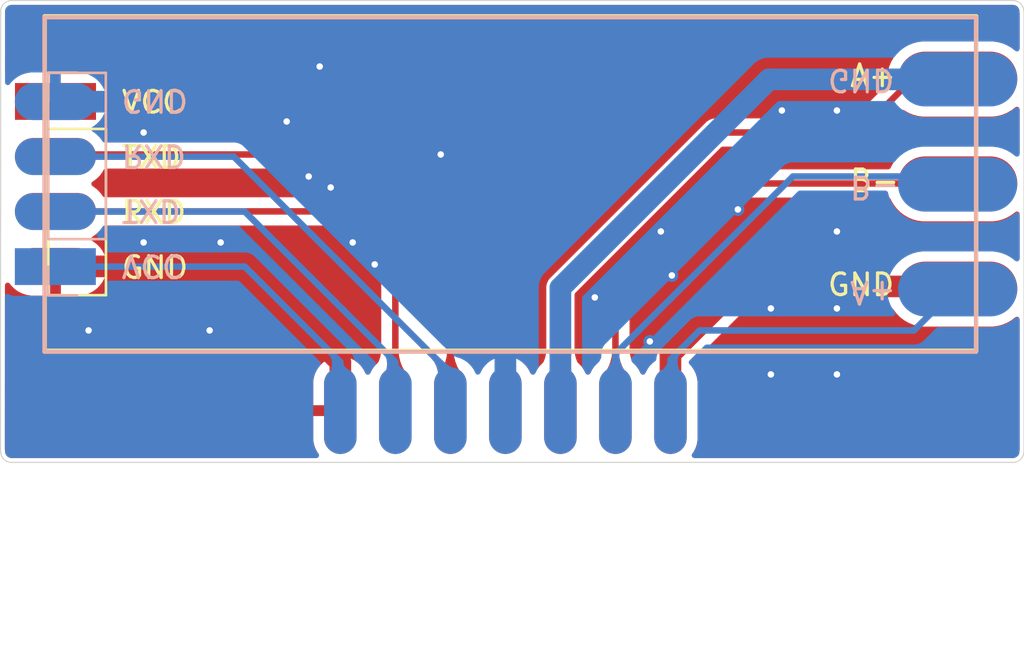
<source format=kicad_pcb>
(kicad_pcb (version 20241229) (generator "pcbnew") (generator_version "9.0")
  (layers (0 "F.Cu" signal) (2 "B.Cu" signal) (13 "F.Paste" user) (15 "B.Paste" user) (5 "F.SilkS" user "F.Silkscreen") (7 "B.SilkS" user "B.Silkscreen") (1 "F.Mask" user) (3 "B.Mask" user) (25 "Edge.Cuts" user))
  (net 0 "")
  (net 1 "/A+_A")
  (net 2 "/RXD_A")
  (net 3 "/GND_Board")
  (net 4 "/TXD_A")
  (net 5 "/VCC_B")
  (net 6 "/GND_DMX_A")
  (net 7 "/B-_A")
  (net 8 "/B-_B")
  (net 9 "/TXD_B")
  (net 10 "/GND_DMX_B")
  (net 11 "/RXD_B")
  (net 12 "/A+_B")
  (net 13 "/VCC_A")
  (footprint "RS485ToTTL:rs485_ttl_module" (layer "F.Cu") (at 92.436498 57.493217)
    (property "Reference" "M2" (hide yes))
    (property "Value" "rs485_ttl_module")
    (fp_line (start -1.5 -3.93) (end -1.5 11.52) (stroke (width 0.2)) (layer "F.SilkS"))
    (fp_line (start -1.5 11.52) (end 41.5 11.52) (stroke (width 0.2)) (layer "F.SilkS"))
    (fp_line (start -1.33 -1.33) (end 0 -1.33) (stroke (width 0.12)) (layer "F.SilkS"))
    (fp_line (start -1.33 0) (end -1.33 -1.33) (stroke (width 0.12)) (layer "F.SilkS"))
    (fp_line (start -1.33 1.27) (end -1.33 8.95) (stroke (width 0.12)) (layer "F.SilkS"))
    (fp_line (start -1.33 1.27) (end 1.33 1.27) (stroke (width 0.12)) (layer "F.SilkS"))
    (fp_line (start -1.33 8.95) (end 1.33 8.95) (stroke (width 0.12)) (layer "F.SilkS"))
    (fp_line (start 1.33 1.27) (end 1.33 8.95) (stroke (width 0.12)) (layer "F.SilkS"))
    (fp_line (start 41.5 -3.93) (end -1.5 -3.93) (stroke (width 0.2)) (layer "F.SilkS"))
    (fp_line (start 41.5 11.52) (end 41.5 -3.93) (stroke (width 0.2)) (layer "F.SilkS"))
    (fp_text user "TXD" (at 1.97 3.17 0) (layer "F.SilkS") (effects (justify left bottom)))
    (fp_text user "B-" (at 35.591664 4.253825 0) (layer "F.SilkS") (effects (justify left bottom)))
    (fp_text user "GND" (at 34.563502 9.054783 0) (layer "F.SilkS") (effects (justify left bottom)))
    (fp_text user "GND" (at 1.97 8.26 0) (layer "F.SilkS") (effects (justify left bottom)))
    (fp_text user "RXD" (at 1.97 5.71 0) (layer "F.SilkS") (effects (justify left bottom)))
    (fp_text user "A+" (at 35.591664 -0.6 0) (layer "F.SilkS") (effects (justify left bottom)))
    (fp_text user "VCC" (at 1.97 0.62 0) (layer "F.SilkS") (effects (justify left bottom)))
    (pad "1" smd rect (at -1 0) (size 3.74 1.7) (layers "F.Cu" "F.Mask" "F.Paste") (net 5 "/VCC_B"))
    (pad "2" smd oval (at -1 2.54) (size 3.74 1.7) (layers "F.Cu" "F.Mask" "F.Paste") (net 9 "/TXD_B"))
    (pad "3" smd oval (at -1 5.08) (size 3.74 1.7) (layers "F.Cu" "F.Mask" "F.Paste") (net 11 "/RXD_B"))
    (pad "4" smd oval (at -1 7.62) (size 3.74 1.7) (layers "F.Cu" "F.Mask" "F.Paste") (net 3 "/GND_Board"))
    (pad "5" smd oval (at 40.65 -1.05) (size 5.5 2.5) (layers "F.Cu" "F.Mask" "F.Paste") (net 12 "/A+_B"))
    (pad "6" smd oval (at 40.65 3.79) (size 5.5 2.5) (layers "F.Cu" "F.Mask" "F.Paste") (net 8 "/B-_B"))
    (pad "7" smd oval (at 40.65 8.65) (size 5.5 2.5) (layers "F.Cu" "F.Mask" "F.Paste") (net 10 "/GND_DMX_B"))
  )
  (footprint "RS485ToTTL:rs485_ttl_module" (layer "B.Cu") (at 92.43 65.124)
    (property "Reference" "M1" (hide yes))
    (property "Value" "rs485_ttl_module")
    (fp_line (start -1.5 -11.52) (end 41.5 -11.52) (stroke (width 0.2)) (layer "B.SilkS"))
    (fp_line (start -1.5 3.93) (end -1.5 -11.52) (stroke (width 0.2)) (layer "B.SilkS"))
    (fp_line (start -1.33 -8.95) (end 1.33 -8.95) (stroke (width 0.12)) (layer "B.SilkS"))
    (fp_line (start -1.33 -1.27) (end -1.33 -8.95) (stroke (width 0.12)) (layer "B.SilkS"))
    (fp_line (start -1.33 -1.27) (end 1.33 -1.27) (stroke (width 0.12)) (layer "B.SilkS"))
    (fp_line (start -1.33 0) (end -1.33 1.33) (stroke (width 0.12)) (layer "B.SilkS"))
    (fp_line (start -1.33 1.33) (end 0 1.33) (stroke (width 0.12)) (layer "B.SilkS"))
    (fp_line (start 1.33 -1.27) (end 1.33 -8.95) (stroke (width 0.12)) (layer "B.SilkS"))
    (fp_line (start 41.5 -11.52) (end 41.5 3.93) (stroke (width 0.2)) (layer "B.SilkS"))
    (fp_line (start 41.5 3.93) (end -1.5 3.93) (stroke (width 0.2)) (layer "B.SilkS"))
    (fp_text user "B-" (at 35.591664 -4.253825 180) (layer "B.SilkS") (effects (justify left bottom mirror)))
    (fp_text user "TXD" (at 1.97 -3.17 180) (layer "B.SilkS") (effects (justify left bottom mirror)))
    (fp_text user "A+" (at 35.591664 0.6 180) (layer "B.SilkS") (effects (justify left bottom mirror)))
    (fp_text user "GND" (at 34.57 -9.204584 180) (layer "B.SilkS") (effects (justify left bottom mirror)))
    (fp_text user "VCC" (at 1.97 -0.62 180) (layer "B.SilkS") (effects (justify left bottom mirror)))
    (fp_text user "RXD" (at 1.97 -5.71 180) (layer "B.SilkS") (effects (justify left bottom mirror)))
    (fp_text user "GND" (at 1.97 -8.26 180) (layer "B.SilkS") (effects (justify left bottom mirror)))
    (pad "1" smd rect (at -1 0) (size 3.74 1.7) (layers "B.Cu" "B.Mask" "B.Paste") (net 13 "/VCC_A"))
    (pad "2" smd oval (at -1 -2.54) (size 3.74 1.7) (layers "B.Cu" "B.Mask" "B.Paste") (net 4 "/TXD_A"))
    (pad "3" smd oval (at -1 -5.08) (size 3.74 1.7) (layers "B.Cu" "B.Mask" "B.Paste") (net 2 "/RXD_A"))
    (pad "4" smd oval (at -1 -7.62) (size 3.74 1.7) (layers "B.Cu" "B.Mask" "B.Paste") (net 3 "/GND_Board"))
    (pad "5" smd oval (at 40.65 1.05) (size 5.5 2.5) (layers "B.Cu" "B.Mask" "B.Paste") (net 1 "/A+_A"))
    (pad "6" smd oval (at 40.65 -3.79) (size 5.5 2.5) (layers "B.Cu" "B.Mask" "B.Paste") (net 7 "/B-_A"))
    (pad "7" smd oval (at 40.65 -8.65) (size 5.5 2.5) (layers "B.Cu" "B.Mask" "B.Paste") (net 6 "/GND_DMX_A"))
  )
  (footprint "Custom-Library:2x7_Pins_Vertical_PCB_Edge" (layer "B.Cu") (at 112.2045 71.7775 -90)
    (property "Reference" "J3" (hide yes))
    (property "Value" "Conn_02x07_Odd_Even" (hide yes))
    (pad "1" smd oval (at 0 7.62 270) (size 4 1.5) (layers "B.Cu" "B.Mask" "B.Paste") (net 13 "/VCC_A"))
    (pad "2" smd oval (at 0 7.62 90) (size 4 1.5) (layers "F.Cu" "F.Mask" "F.Paste") (net 3 "/GND_Board"))
    (pad "3" smd oval (at 0 5.08 270) (size 4 1.5) (layers "B.Cu" "B.Mask" "B.Paste") (net 4 "/TXD_A"))
    (pad "4" smd oval (at 0 5.08 90) (size 4 1.5) (layers "F.Cu" "F.Mask" "F.Paste") (net 11 "/RXD_B"))
    (pad "5" smd oval (at 0 2.54 270) (size 4 1.5) (layers "B.Cu" "B.Mask" "B.Paste") (net 2 "/RXD_A"))
    (pad "6" smd oval (at 0 2.54 90) (size 4 1.5) (layers "F.Cu" "F.Mask" "F.Paste") (net 9 "/TXD_B"))
    (pad "7" smd oval (at 0 0 270) (size 4 1.5) (layers "B.Cu" "B.Mask" "B.Paste") (net 3 "/GND_Board"))
    (pad "8" smd oval (at 0 -0.000001 90) (size 4 1.5) (layers "F.Cu" "F.Mask" "F.Paste") (net 5 "/VCC_B"))
    (pad "9" smd oval (at 0 -2.54 270) (size 4 1.5) (layers "B.Cu" "B.Mask" "B.Paste") (net 6 "/GND_DMX_A"))
    (pad "10" smd oval (at 0 -2.54 90) (size 4 1.5) (layers "F.Cu" "F.Mask" "F.Paste") (net 12 "/A+_B"))
    (pad "11" smd oval (at 0 -5.08 270) (size 4 1.5) (layers "B.Cu" "B.Mask" "B.Paste") (net 7 "/B-_A"))
    (pad "12" smd oval (at 0 -5.08 90) (size 4 1.5) (layers "F.Cu" "F.Mask" "F.Paste") (net 8 "/B-_B"))
    (pad "13" smd oval (at 0 -7.62 270) (size 4 1.5) (layers "B.Cu" "B.Mask" "B.Paste") (net 1 "/A+_A"))
    (pad "14" smd oval (at 0 -7.62 90) (size 4 1.5) (layers "F.Cu" "F.Mask" "F.Paste") (net 10 "/GND_DMX_B"))
  )
  (gr_arc (start 88.908 53.332) (mid 89.054447 52.978447) (end 89.408 52.832) (stroke (width 0.05)) (layer "Edge.Cuts"))
  (gr_arc (start 135.636 52.832) (mid 135.989553 52.978447) (end 136.136 53.332) (stroke (width 0.05)) (layer "Edge.Cuts"))
  (gr_arc (start 136.136 73.668) (mid 135.989553 74.021553) (end 135.636 74.168) (stroke (width 0.05)) (layer "Edge.Cuts"))
  (gr_arc (start 89.408 74.168) (mid 89.054447 74.021553) (end 88.908 73.668) (stroke (width 0.05)) (layer "Edge.Cuts"))
  (gr_line (start 88.908 53.332) (end 88.9 73.668) (stroke (width 0.05)) (layer "Edge.Cuts"))
  (gr_line (start 89.408 74.168) (end 135.636 74.168) (stroke (width 0.05)) (layer "Edge.Cuts"))
  (gr_line (start 136.144 53.332) (end 136.144 73.668) (stroke (width 0.05)) (layer "Edge.Cuts"))
  (gr_line (start 135.636 52.832) (end 89.408 52.832) (stroke (width 0.05)) (layer "Edge.Cuts"))
  (segment (start 131.064 68.072) (end 132.08 67.056) (width 0.3) (layer "B.Cu") (net 1))
  (segment (start 121.172 68.072) (end 131.064 68.072) (width 0.3) (layer "B.Cu") (net 1))
  (segment (start 119.8245 69.4195) (end 121.172 68.072) (width 0.3) (layer "B.Cu") (net 1))
  (segment (start 132.08 67.056) (end 132.08 66.174) (width 0.3) (layer "B.Cu") (net 1))
  (segment (start 119.8245 71.7775) (end 119.8245 69.4195) (width 0.3) (layer "B.Cu") (net 1))
  (segment (start 109.6645 70.0405) (end 109.6645 71.7775) (width 0.3) (layer "B.Cu") (net 2))
  (segment (start 92.43 60.044) (end 99.668 60.044) (width 0.3) (layer "B.Cu") (net 2))
  (segment (start 99.668 60.044) (end 109.6645 70.0405) (width 0.3) (layer "B.Cu") (net 2))
  (segment (start 100.165217 65.113217) (end 104.5845 69.5325) (width 1) (layer "F.Cu") (net 3))
  (segment (start 92.436498 65.113217) (end 100.165217 65.113217) (width 1) (layer "F.Cu") (net 3))
  (segment (start 104.5845 69.5325) (end 104.5845 71.7775) (width 1) (layer "F.Cu") (net 3))
  (via (at 124.46 67.056) (size 0.6) (drill 0.3) (layers "F.Cu" "B.Cu") (net 3))
  (via (at 103.632 55.88) (size 0.6) (drill 0.3) (layers "F.Cu" "B.Cu") (net 3))
  (via (at 124.46 70.104) (size 0.6) (drill 0.3) (layers "F.Cu" "B.Cu") (net 3))
  (via (at 109.22 59.944) (size 0.6) (drill 0.3) (layers "F.Cu" "B.Cu") (net 3))
  (via (at 127.508 63.5) (size 0.6) (drill 0.3) (layers "F.Cu" "B.Cu") (net 3))
  (via (at 119.888 65.532) (size 0.6) (drill 0.3) (layers "F.Cu" "B.Cu") (net 3))
  (via (at 127.508 67.056) (size 0.6) (drill 0.3) (layers "F.Cu" "B.Cu") (net 3))
  (via (at 122.936 62.484) (size 0.6) (drill 0.3) (layers "F.Cu" "B.Cu") (net 3))
  (via (at 92.964 68.072) (size 0.6) (drill 0.3) (layers "F.Cu" "B.Cu") (net 3))
  (via (at 127.508 70.104) (size 0.6) (drill 0.3) (layers "F.Cu" "B.Cu") (net 3))
  (via (at 119.38 63.5) (size 0.6) (drill 0.3) (layers "F.Cu" "B.Cu") (net 3))
  (via (at 95.504 64.008) (size 0.6) (drill 0.3) (layers "F.Cu" "B.Cu") (net 3))
  (via (at 106.172 65.024) (size 0.6) (drill 0.3) (layers "F.Cu" "B.Cu") (net 3))
  (via (at 95.504 58.928) (size 0.6) (drill 0.3) (layers "F.Cu" "B.Cu") (net 3))
  (via (at 116.332 66.548) (size 0.6) (drill 0.3) (layers "F.Cu" "B.Cu") (net 3))
  (via (at 124.968 57.912) (size 0.6) (drill 0.3) (layers "F.Cu" "B.Cu") (net 3))
  (via (at 118.872 68.58) (size 0.6) (drill 0.3) (layers "F.Cu" "B.Cu") (net 3))
  (via (at 104.14 61.468) (size 0.6) (drill 0.3) (layers "F.Cu" "B.Cu") (net 3))
  (via (at 98.552 68.072) (size 0.6) (drill 0.3) (layers "F.Cu" "B.Cu") (net 3))
  (via (at 103.124 60.96) (size 0.6) (drill 0.3) (layers "F.Cu" "B.Cu") (net 3))
  (via (at 127.508 57.912) (size 0.6) (drill 0.3) (layers "F.Cu" "B.Cu") (net 3))
  (via (at 105.156 64.008) (size 0.6) (drill 0.3) (layers "F.Cu" "B.Cu") (net 3))
  (via (at 102.108 58.42) (size 0.6) (drill 0.3) (layers "F.Cu" "B.Cu") (net 3))
  (via (at 99.06 64.008) (size 0.6) (drill 0.3) (layers "F.Cu" "B.Cu") (net 3))
  (segment (start 112.2045 65.9765) (end 112.2045 71.7775) (width 1) (layer "B.Cu") (net 3))
  (segment (start 103.732 57.504) (end 112.2045 65.9765) (width 1) (layer "B.Cu") (net 3))
  (segment (start 92.43 57.504) (end 103.732 57.504) (width 1) (layer "B.Cu") (net 3))
  (segment (start 100.176 62.584) (end 107.1245 69.5325) (width 0.3) (layer "B.Cu") (net 4))
  (segment (start 92.43 62.584) (end 100.176 62.584) (width 0.3) (layer "B.Cu") (net 4))
  (segment (start 107.1245 69.5325) (end 107.1245 71.7775) (width 0.3) (layer "B.Cu") (net 4))
  (segment (start 103.721217 57.493217) (end 92.436498 57.493217) (width 0.3) (layer "F.Cu") (net 5))
  (segment (start 112.204501 65.976501) (end 103.721217 57.493217) (width 0.3) (layer "F.Cu") (net 5))
  (segment (start 112.204501 71.7775) (end 112.204501 65.976501) (width 0.3) (layer "F.Cu") (net 5))
  (segment (start 114.7445 66.1035) (end 124.374 56.474) (width 1) (layer "B.Cu") (net 6))
  (segment (start 124.374 56.474) (end 132.08 56.474) (width 1) (layer "B.Cu") (net 6))
  (segment (start 114.7445 71.7775) (end 114.7445 66.1035) (width 1) (layer "B.Cu") (net 6))
  (segment (start 117.2845 69.1515) (end 125.476 60.96) (width 0.3) (layer "B.Cu") (net 7))
  (segment (start 125.476 60.96) (end 131.706 60.96) (width 0.3) (layer "B.Cu") (net 7))
  (segment (start 117.2845 71.7775) (end 117.2845 69.1515) (width 0.3) (layer "B.Cu") (net 7))
  (segment (start 131.706 60.96) (end 132.08 61.334) (width 0.3) (layer "B.Cu") (net 7))
  (segment (start 117.2845 71.0775) (end 117.2845 67.1195) (width 0.3) (layer "F.Cu") (net 8))
  (segment (start 117.2845 71.7775) (end 117.2845 71.0775) (width 0.2) (layer "F.Cu") (net 8))
  (segment (start 117.2845 67.1195) (end 123.120783 61.283217) (width 0.3) (layer "F.Cu") (net 8))
  (segment (start 123.120783 61.283217) (end 132.086498 61.283217) (width 0.3) (layer "F.Cu") (net 8))
  (segment (start 92.525715 59.944) (end 92.436498 60.033217) (width 0.3) (layer "F.Cu") (net 9))
  (segment (start 109.6645 65.4685) (end 104.14 59.944) (width 0.3) (layer "F.Cu") (net 9))
  (segment (start 104.14 59.944) (end 92.525715 59.944) (width 0.3) (layer "F.Cu") (net 9))
  (segment (start 109.6645 71.7775) (end 109.6645 65.4685) (width 0.3) (layer "F.Cu") (net 9))
  (segment (start 122.936 66.04) (end 131.983281 66.04) (width 1) (layer "F.Cu") (net 10))
  (segment (start 119.8245 71.7775) (end 119.8245 69.1515) (width 1) (layer "F.Cu") (net 10))
  (segment (start 131.983281 66.04) (end 132.086498 66.143217) (width 0.2) (layer "F.Cu") (net 10))
  (segment (start 119.8245 69.1515) (end 122.936 66.04) (width 1) (layer "F.Cu") (net 10))
  (segment (start 107.1245 64.9605) (end 104.737217 62.573217) (width 0.3) (layer "F.Cu") (net 11))
  (segment (start 107.1245 71.7775) (end 107.1245 64.9605) (width 0.3) (layer "F.Cu") (net 11))
  (segment (start 104.737217 62.573217) (end 92.436498 62.573217) (width 0.3) (layer "F.Cu") (net 11))
  (segment (start 131.008783 56.443217) (end 128.524 58.928) (width 0.3) (layer "F.Cu") (net 12))
  (segment (start 132.086498 56.443217) (end 131.008783 56.443217) (width 0.3) (layer "F.Cu") (net 12))
  (segment (start 114.7445 66.1035) (end 114.7445 71.7775) (width 0.3) (layer "F.Cu") (net 12))
  (segment (start 121.92 58.928) (end 114.7445 66.1035) (width 0.3) (layer "F.Cu") (net 12))
  (segment (start 128.524 58.928) (end 121.92 58.928) (width 0.3) (layer "F.Cu") (net 12))
  (segment (start 104.5845 69.5325) (end 104.5845 71.7775) (width 0.3) (layer "B.Cu") (net 13))
  (segment (start 100.176 65.124) (end 104.5845 69.5325) (width 0.3) (layer "B.Cu") (net 13))
  (segment (start 92.43 65.124) (end 100.176 65.124) (width 0.3) (layer "B.Cu") (net 13))
  (zone (net 3) (net_name "/GND_Board") (layers "F.Cu" "B.Cu") (connect_pads (clearance 0.5)) (min_thickness 0.25) (fill yes (thermal_gap 0.5) (thermal_bridge_width 0.5) (island_removal_mode 2) (island_area_min 10))
    (polygon (pts (xy 88.9 52.832) (xy 136.144 52.832) (xy 136.144 74.168) (xy 88.9 74.168)))
  )
)
</source>
